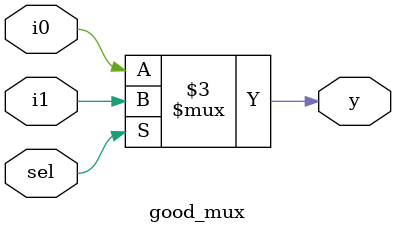
<source format=v>
module good_mux (
    input  wire i0,
    input  wire i1,
    input  wire sel,
    output reg  y
);
    always @(*) begin
        if (sel)
            y <= i1;
        else
            y <= i0;
    end
endmodule


</source>
